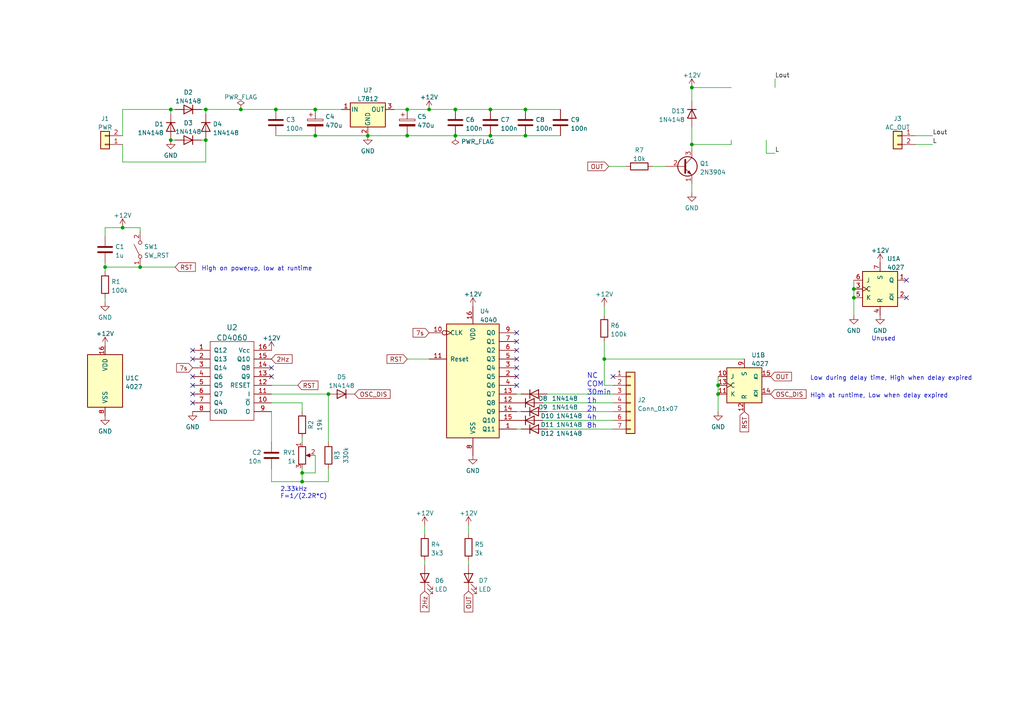
<source format=kicad_sch>
(kicad_sch (version 20211123) (generator eeschema)
  (paper "A4")
  (lib_symbols
    (symbol "+12V_1" (power) (pin_names (offset 0))
      (property "Value" "+12V_1" (at 0 3.556 0))
      (symbol "+12V_1_0_1"
        (polyline (pts (xy -0.762 1.27) (xy 0 2.54)))
        (polyline (pts (xy 0 0) (xy 0 2.54)))
        (polyline (pts (xy 0 2.54) (xy 0.762 1.27)))
      )
      (symbol "+12V_1_1_1"
        (pin power_in line (at 0 0 90) (length 0) hide (name "+12V") (number "1"))
      )
    )
    (symbol "+12V_2" (power) (pin_names (offset 0))
      (property "Value" "+12V_2" (at 0 3.556 0))
      (symbol "+12V_2_0_1"
        (polyline (pts (xy -0.762 1.27) (xy 0 2.54)))
        (polyline (pts (xy 0 0) (xy 0 2.54)))
        (polyline (pts (xy 0 2.54) (xy 0.762 1.27)))
      )
      (symbol "+12V_2_1_1"
        (pin power_in line (at 0 0 90) (length 0) hide (name "+12V") (number "1"))
      )
    )
    (symbol "+12V_3" (power) (pin_names (offset 0))
      (property "Value" "+12V_3" (at 0 3.556 0))
      (symbol "+12V_3_0_1"
        (polyline (pts (xy -0.762 1.27) (xy 0 2.54)))
        (polyline (pts (xy 0 0) (xy 0 2.54)))
        (polyline (pts (xy 0 2.54) (xy 0.762 1.27)))
      )
      (symbol "+12V_3_1_1"
        (pin power_in line (at 0 0 90) (length 0) hide (name "+12V") (number "1"))
      )
    )
    (symbol "+12V_4" (power) (pin_names (offset 0))
      (property "Value" "+12V_4" (at 0 3.556 0))
      (symbol "+12V_4_0_1"
        (polyline (pts (xy -0.762 1.27) (xy 0 2.54)))
        (polyline (pts (xy 0 0) (xy 0 2.54)))
        (polyline (pts (xy 0 2.54) (xy 0.762 1.27)))
      )
      (symbol "+12V_4_1_1"
        (pin power_in line (at 0 0 90) (length 0) hide (name "+12V") (number "1"))
      )
    )
    (symbol "+12V_5" (power) (pin_names (offset 0))
      (property "Value" "+12V_5" (at 0 3.556 0))
      (symbol "+12V_5_0_1"
        (polyline (pts (xy -0.762 1.27) (xy 0 2.54)))
        (polyline (pts (xy 0 0) (xy 0 2.54)))
        (polyline (pts (xy 0 2.54) (xy 0.762 1.27)))
      )
      (symbol "+12V_5_1_1"
        (pin power_in line (at 0 0 90) (length 0) hide (name "+12V") (number "1"))
      )
    )
    (symbol "+12V_6" (power) (pin_names (offset 0))
      (property "Value" "+12V_6" (at 0 3.556 0))
      (symbol "+12V_6_0_1"
        (polyline (pts (xy -0.762 1.27) (xy 0 2.54)))
        (polyline (pts (xy 0 0) (xy 0 2.54)))
        (polyline (pts (xy 0 2.54) (xy 0.762 1.27)))
      )
      (symbol "+12V_6_1_1"
        (pin power_in line (at 0 0 90) (length 0) hide (name "+12V") (number "1"))
      )
    )
    (symbol "+12V_7" (power) (pin_names (offset 0))
      (property "Value" "+12V_7" (at 0 3.556 0))
      (symbol "+12V_7_0_1"
        (polyline (pts (xy -0.762 1.27) (xy 0 2.54)))
        (polyline (pts (xy 0 0) (xy 0 2.54)))
        (polyline (pts (xy 0 2.54) (xy 0.762 1.27)))
      )
      (symbol "+12V_7_1_1"
        (pin power_in line (at 0 0 90) (length 0) hide (name "+12V") (number "1"))
      )
    )
    (symbol "+12V_8" (power) (pin_names (offset 0))
      (property "Value" "+12V_8" (at 0 3.556 0))
      (symbol "+12V_8_0_1"
        (polyline (pts (xy -0.762 1.27) (xy 0 2.54)))
        (polyline (pts (xy 0 0) (xy 0 2.54)))
        (polyline (pts (xy 0 2.54) (xy 0.762 1.27)))
      )
      (symbol "+12V_8_1_1"
        (pin power_in line (at 0 0 90) (length 0) hide (name "+12V") (number "1"))
      )
    )
    (symbol "+12V_9" (power) (pin_names (offset 0))
      (property "Value" "+12V_9" (at 0 3.556 0))
      (symbol "+12V_9_0_1"
        (polyline (pts (xy -0.762 1.27) (xy 0 2.54)))
        (polyline (pts (xy 0 0) (xy 0 2.54)))
        (polyline (pts (xy 0 2.54) (xy 0.762 1.27)))
      )
      (symbol "+12V_9_1_1"
        (pin power_in line (at 0 0 90) (length 0) hide (name "+12V") (number "1"))
      )
    )
    (symbol "4xxx:4027" (pin_names (offset 1.016))
      (property "Reference" "U" (at -7.62 8.89 0))
      (property "Value" "4027" (at -7.62 -8.89 0))
      (symbol "4027_1_1"
        (rectangle (start -5.08 5.08) (end 5.08 -5.08) (stroke (width 0.254)) (fill (type background)))
        (pin output line (at 7.62 2.54 180) (length 2.54) (name "Q") (number "1"))
        (pin output line (at 7.62 -2.54 180) (length 2.54) (name "~{Q}") (number "2"))
        (pin input clock (at -7.62 0 0) (length 2.54) (name "C") (number "3"))
        (pin input line (at 0 -7.62 90) (length 2.54) (name "R") (number "4"))
        (pin input line (at -7.62 -2.54 0) (length 2.54) (name "K") (number "5"))
        (pin input line (at -7.62 2.54 0) (length 2.54) (name "J") (number "6"))
        (pin input line (at 0 7.62 270) (length 2.54) (name "S") (number "7"))
      )
      (symbol "4027_2_1"
        (rectangle (start -5.08 5.08) (end 5.08 -5.08) (stroke (width 0.254)) (fill (type background)))
        (pin input line (at -7.62 2.54 0) (length 2.54) (name "J") (number "10"))
        (pin input line (at -7.62 -2.54 0) (length 2.54) (name "K") (number "11"))
        (pin input line (at 0 -7.62 90) (length 2.54) (name "R") (number "12"))
        (pin input clock (at -7.62 0 0) (length 2.54) (name "C") (number "13"))
        (pin output line (at 7.62 -2.54 180) (length 2.54) (name "~{Q}") (number "14"))
        (pin output line (at 7.62 2.54 180) (length 2.54) (name "Q") (number "15"))
        (pin input line (at 0 7.62 270) (length 2.54) (name "S") (number "9"))
      )
      (symbol "4027_3_0"
        (pin power_in line (at 0 10.16 270) (length 2.54) (name "VDD") (number "16"))
        (pin power_in line (at 0 -10.16 90) (length 2.54) (name "VSS") (number "8"))
      )
      (symbol "4027_3_1"
        (rectangle (start -5.08 7.62) (end 5.08 -7.62) (stroke (width 0.254)) (fill (type background)))
      )
    )
    (symbol "4xxx:4040" (pin_names (offset 1.016))
      (property "Reference" "U" (at -7.62 16.51 0))
      (property "Value" "4040" (at -7.62 -19.05 0))
      (symbol "4040_1_0"
        (pin output line (at 12.7 -15.24 180) (length 5.08) (name "Q11") (number "1"))
        (pin input inverted_clock (at -12.7 12.7 0) (length 5.08) (name "CLK") (number "10"))
        (pin input line (at -12.7 5.08 0) (length 5.08) (name "Reset") (number "11"))
        (pin output line (at 12.7 -7.62 180) (length 5.08) (name "Q8") (number "12"))
        (pin output line (at 12.7 -5.08 180) (length 5.08) (name "Q7") (number "13"))
        (pin output line (at 12.7 -10.16 180) (length 5.08) (name "Q9") (number "14"))
        (pin output line (at 12.7 -12.7 180) (length 5.08) (name "Q10") (number "15"))
        (pin power_in line (at 0 20.32 270) (length 5.08) (name "VDD") (number "16"))
        (pin output line (at 12.7 0 180) (length 5.08) (name "Q5") (number "2"))
        (pin output line (at 12.7 2.54 180) (length 5.08) (name "Q4") (number "3"))
        (pin output line (at 12.7 -2.54 180) (length 5.08) (name "Q6") (number "4"))
        (pin output line (at 12.7 5.08 180) (length 5.08) (name "Q3") (number "5"))
        (pin output line (at 12.7 7.62 180) (length 5.08) (name "Q2") (number "6"))
        (pin output line (at 12.7 10.16 180) (length 5.08) (name "Q1") (number "7"))
        (pin power_in line (at 0 -22.86 90) (length 5.08) (name "VSS") (number "8"))
        (pin output line (at 12.7 12.7 180) (length 5.08) (name "Q0") (number "9"))
      )
      (symbol "4040_1_1"
        (rectangle (start -7.62 15.24) (end 7.62 -17.78) (stroke (width 0.254)) (fill (type background)))
      )
    )
    (symbol "CD4060_1" (pin_names (offset 1.016))
      (property "Reference" "U" (at -5.08 -15.24 0))
      (property "Value" "CD4060_1" (at -2.54 10.16 0))
      (symbol "CD4060_1_0_1"
        (rectangle (start -6.35 8.89) (end 6.35 -13.97))
      )
      (symbol "CD4060_1_1_1"
        (pin output line (at -11.43 6.35 0) (length 5.08) (name "Q12") (number "1"))
        (pin output line (at 11.43 -8.89 180) (length 5.08) (name "~{O}") (number "10"))
        (pin input line (at 11.43 -6.35 180) (length 5.08) (name "I") (number "11"))
        (pin input line (at 11.43 -3.81 180) (length 5.08) (name "RESET") (number "12"))
        (pin output line (at 11.43 -1.27 180) (length 5.08) (name "Q9") (number "13"))
        (pin output line (at 11.43 1.27 180) (length 5.08) (name "Q8") (number "14"))
        (pin output line (at 11.43 3.81 180) (length 5.08) (name "Q10") (number "15"))
        (pin power_in line (at 11.43 6.35 180) (length 5.08) (name "Vcc") (number "16"))
        (pin output line (at -11.43 3.81 0) (length 5.08) (name "Q13") (number "2"))
        (pin output line (at -11.43 1.27 0) (length 5.08) (name "Q14") (number "3"))
        (pin output line (at -11.43 -1.27 0) (length 5.08) (name "Q6") (number "4"))
        (pin output line (at -11.43 -3.81 0) (length 5.08) (name "Q5") (number "5"))
        (pin output line (at -11.43 -6.35 0) (length 5.08) (name "Q7") (number "6"))
        (pin output line (at -11.43 -8.89 0) (length 5.08) (name "Q4") (number "7"))
        (pin power_in line (at -11.43 -11.43 0) (length 5.08) (name "GND") (number "8"))
        (pin output line (at 11.43 -11.43 180) (length 5.08) (name "O") (number "9"))
      )
    )
    (symbol "Connector_Generic:Conn_01x02" (pin_names (offset 1.016) hide)
      (property "Reference" "J" (at 0 2.54 0))
      (property "Value" "Conn_01x02" (at 0 -5.08 0))
      (symbol "Conn_01x02_1_1"
        (rectangle (start -1.27 -2.413) (end 0 -2.667) (stroke (width 0.1524)))
        (rectangle (start -1.27 0.127) (end 0 -0.127) (stroke (width 0.1524)))
        (rectangle (start -1.27 1.27) (end 1.27 -3.81) (stroke (width 0.254)) (fill (type background)))
        (pin passive line (at -5.08 0 0) (length 3.81) (name "Pin_1") (number "1"))
        (pin passive line (at -5.08 -2.54 0) (length 3.81) (name "Pin_2") (number "2"))
      )
    )
    (symbol "Connector_Generic:Conn_01x07" (pin_names (offset 1.016) hide)
      (property "Reference" "J" (at 0 10.16 0))
      (property "Value" "Conn_01x07" (at 0 -10.16 0))
      (symbol "Conn_01x07_1_1"
        (rectangle (start -1.27 -7.493) (end 0 -7.747) (stroke (width 0.1524)))
        (rectangle (start -1.27 -4.953) (end 0 -5.207) (stroke (width 0.1524)))
        (rectangle (start -1.27 -2.413) (end 0 -2.667) (stroke (width 0.1524)))
        (rectangle (start -1.27 0.127) (end 0 -0.127) (stroke (width 0.1524)))
        (rectangle (start -1.27 2.667) (end 0 2.413) (stroke (width 0.1524)))
        (rectangle (start -1.27 5.207) (end 0 4.953) (stroke (width 0.1524)))
        (rectangle (start -1.27 7.747) (end 0 7.493) (stroke (width 0.1524)))
        (rectangle (start -1.27 8.89) (end 1.27 -8.89) (stroke (width 0.254)) (fill (type background)))
        (pin passive line (at -5.08 7.62 0) (length 3.81) (name "Pin_1") (number "1"))
        (pin passive line (at -5.08 5.08 0) (length 3.81) (name "Pin_2") (number "2"))
        (pin passive line (at -5.08 2.54 0) (length 3.81) (name "Pin_3") (number "3"))
        (pin passive line (at -5.08 0 0) (length 3.81) (name "Pin_4") (number "4"))
        (pin passive line (at -5.08 -2.54 0) (length 3.81) (name "Pin_5") (number "5"))
        (pin passive line (at -5.08 -5.08 0) (length 3.81) (name "Pin_6") (number "6"))
        (pin passive line (at -5.08 -7.62 0) (length 3.81) (name "Pin_7") (number "7"))
      )
    )
    (symbol "Device:C" (pin_numbers hide) (pin_names (offset 0.254))
      (property "Reference" "C" (at 0.635 2.54 0))
      (property "Value" "C" (at 0.635 -2.54 0))
      (symbol "C_0_1"
        (polyline (pts (xy -2.032 -0.762) (xy 2.032 -0.762)) (stroke (width 0.508)))
        (polyline (pts (xy -2.032 0.762) (xy 2.032 0.762)) (stroke (width 0.508)))
      )
      (symbol "C_1_1"
        (pin passive line (at 0 3.81 270) (length 2.794) (name "~") (number "1"))
        (pin passive line (at 0 -3.81 90) (length 2.794) (name "~") (number "2"))
      )
    )
    (symbol "Device:C_Polarized" (pin_numbers hide) (pin_names (offset 0.254))
      (property "Reference" "C" (at 0.635 2.54 0))
      (property "Value" "C_Polarized" (at 0.635 -2.54 0))
      (symbol "C_Polarized_0_1"
        (rectangle (start -2.286 0.508) (end 2.286 1.016))
        (polyline (pts (xy -1.778 2.286) (xy -0.762 2.286)))
        (polyline (pts (xy -1.27 2.794) (xy -1.27 1.778)))
        (rectangle (start 2.286 -0.508) (end -2.286 -1.016) (fill (type outline)))
      )
      (symbol "C_Polarized_1_1"
        (pin passive line (at 0 3.81 270) (length 2.794) (name "~") (number "1"))
        (pin passive line (at 0 -3.81 90) (length 2.794) (name "~") (number "2"))
      )
    )
    (symbol "Device:LED" (pin_numbers hide) (pin_names (offset 1.016) hide)
      (property "Reference" "D" (at 0 2.54 0))
      (property "Value" "LED" (at 0 -2.54 0))
      (symbol "LED_0_1"
        (polyline (pts (xy -1.27 -1.27) (xy -1.27 1.27)) (stroke (width 0.254)))
        (polyline (pts (xy -1.27 0) (xy 1.27 0)))
        (polyline (pts (xy 1.27 -1.27) (xy 1.27 1.27) (xy -1.27 0) (xy 1.27 -1.27)) (stroke (width 0.254)))
        (polyline (pts (xy -3.048 -0.762) (xy -4.572 -2.286) (xy -3.81 -2.286) (xy -4.572 -2.286) (xy -4.572 -1.524)))
        (polyline (pts (xy -1.778 -0.762) (xy -3.302 -2.286) (xy -2.54 -2.286) (xy -3.302 -2.286) (xy -3.302 -1.524)))
      )
      (symbol "LED_1_1"
        (pin passive line (at -3.81 0 0) (length 2.54) (name "K") (number "1"))
        (pin passive line (at 3.81 0 180) (length 2.54) (name "A") (number "2"))
      )
    )
    (symbol "Device:R" (pin_numbers hide) (pin_names (offset 0))
      (property "Reference" "R" (at 2.032 0 90))
      (property "Value" "R" (at 0 0 90))
      (symbol "R_0_1"
        (rectangle (start -1.016 -2.54) (end 1.016 2.54) (stroke (width 0.254)))
      )
      (symbol "R_1_1"
        (pin passive line (at 0 3.81 270) (length 1.27) (name "~") (number "1"))
        (pin passive line (at 0 -3.81 90) (length 1.27) (name "~") (number "2"))
      )
    )
    (symbol "Device:R_Potentiometer" (pin_names (offset 1.016) hide)
      (property "Reference" "RV" (at -4.445 0 90))
      (property "Value" "R_Potentiometer" (at -2.54 0 90))
      (symbol "R_Potentiometer_0_1"
        (polyline (pts (xy 2.54 0) (xy 1.524 0)))
        (polyline (pts (xy 1.143 0) (xy 2.286 0.508) (xy 2.286 -0.508) (xy 1.143 0)) (fill (type outline)))
        (rectangle (start 1.016 2.54) (end -1.016 -2.54) (stroke (width 0.254)))
      )
      (symbol "R_Potentiometer_1_1"
        (pin passive line (at 0 3.81 270) (length 1.27) (name "1") (number "1"))
        (pin passive line (at 3.81 0 180) (length 1.27) (name "2") (number "2"))
        (pin passive line (at 0 -3.81 90) (length 1.27) (name "3") (number "3"))
      )
    )
    (symbol "Diode:1N4148" (pin_numbers hide) (pin_names hide)
      (property "Reference" "D" (at 0 2.54 0))
      (property "Value" "1N4148" (at 0 -2.54 0))
      (symbol "1N4148_0_1"
        (polyline (pts (xy -1.27 1.27) (xy -1.27 -1.27)) (stroke (width 0.254)))
        (polyline (pts (xy 1.27 0) (xy -1.27 0)))
        (polyline (pts (xy 1.27 1.27) (xy 1.27 -1.27) (xy -1.27 0) (xy 1.27 1.27)) (stroke (width 0.254)))
      )
      (symbol "1N4148_1_1"
        (pin passive line (at -3.81 0 0) (length 2.54) (name "K") (number "1"))
        (pin passive line (at 3.81 0 180) (length 2.54) (name "A") (number "2"))
      )
    )
    (symbol "Regulator_Linear:L7812" (pin_names (offset 0.254))
      (property "Reference" "U" (at -3.81 3.175 0))
      (property "Value" "L7812" (at 0 3.175 0))
      (symbol "L7812_0_1"
        (rectangle (start -5.08 1.905) (end 5.08 -5.08) (stroke (width 0.254)) (fill (type background)))
      )
      (symbol "L7812_1_1"
        (pin power_in line (at -7.62 0 0) (length 2.54) (name "IN") (number "1"))
        (pin power_in line (at 0 -7.62 90) (length 2.54) (name "GND") (number "2"))
        (pin power_out line (at 7.62 0 180) (length 2.54) (name "OUT") (number "3"))
      )
    )
    (symbol "Switch:SW_SPST" (pin_names (offset 0) hide)
      (property "Reference" "SW" (at 0 3.175 0))
      (property "Value" "SW_SPST" (at 0 -2.54 0))
      (symbol "SW_SPST_0_0"
        (circle (center -2.032 0) (radius 0.508))
        (polyline (pts (xy -1.524 0.254) (xy 1.524 1.778)))
        (circle (center 2.032 0) (radius 0.508))
      )
      (symbol "SW_SPST_1_1"
        (pin passive line (at -5.08 0 0) (length 2.54) (name "A") (number "1"))
        (pin passive line (at 5.08 0 180) (length 2.54) (name "B") (number "2"))
      )
    )
    (symbol "Transistor_BJT:2N3904" (pin_names (offset 0) hide)
      (property "Reference" "Q" (at 5.08 1.905 0))
      (property "Value" "2N3904" (at 5.08 0 0))
      (symbol "2N3904_0_1"
        (polyline (pts (xy 0.635 0.635) (xy 2.54 2.54)))
        (polyline (pts (xy 0.635 -0.635) (xy 2.54 -2.54) (xy 2.54 -2.54)))
        (polyline (pts (xy 0.635 1.905) (xy 0.635 -1.905) (xy 0.635 -1.905)) (stroke (width 0.508)))
        (polyline (pts (xy 1.27 -1.778) (xy 1.778 -1.27) (xy 2.286 -2.286) (xy 1.27 -1.778) (xy 1.27 -1.778)) (fill (type outline)))
        (circle (center 1.27 0) (radius 2.8194) (stroke (width 0.254)))
      )
      (symbol "2N3904_1_1"
        (pin passive line (at 2.54 -5.08 90) (length 2.54) (name "E") (number "1"))
        (pin passive line (at -5.08 0 0) (length 5.715) (name "B") (number "2"))
        (pin passive line (at 2.54 5.08 270) (length 2.54) (name "C") (number "3"))
      )
    )
    (symbol "power:+12V" (power) (pin_names (offset 0))
      (property "Value" "+12V" (at 0 3.556 0))
      (symbol "+12V_0_1"
        (polyline (pts (xy -0.762 1.27) (xy 0 2.54)))
        (polyline (pts (xy 0 0) (xy 0 2.54)))
        (polyline (pts (xy 0 2.54) (xy 0.762 1.27)))
      )
      (symbol "+12V_1_1"
        (pin power_in line (at 0 0 90) (length 0) hide (name "+12V") (number "1"))
      )
    )
    (symbol "power:GND" (power) (pin_names (offset 0))
      (property "Value" "GND" (at 0 -3.81 0))
      (symbol "GND_0_1"
        (polyline (pts (xy 0 0) (xy 0 -1.27) (xy 1.27 -1.27) (xy 0 -2.54) (xy -1.27 -1.27) (xy 0 -1.27)))
      )
      (symbol "GND_1_1"
        (pin power_in line (at 0 0 270) (length 0) hide (name "GND") (number "1"))
      )
    )
    (symbol "power:PWR_FLAG" (power) (pin_numbers hide) (pin_names (offset 0) hide)
      (property "Value" "PWR_FLAG" (at 0 3.81 0))
      (symbol "PWR_FLAG_0_0"
        (pin power_out line (at 0 0 90) (length 0) (name "pwr") (number "1"))
      )
      (symbol "PWR_FLAG_0_1"
        (polyline (pts (xy 0 0) (xy 0 1.27) (xy -1.016 1.905) (xy 0 2.54) (xy 1.016 1.905) (xy 0 1.27)))
      )
    )
  )
  (junction (at 95.25 114.3))
  (junction (at 106.68 39.37))
  (junction (at 132.08 31.75))
  (junction (at 30.48 77.47))
  (junction (at 118.11 31.75))
  (junction (at 124.46 31.75))
  (junction (at 40.64 77.47))
  (junction (at 59.69 40.64))
  (junction (at 142.24 39.37))
  (junction (at 132.08 39.37))
  (junction (at 87.63 139.7))
  (junction (at 175.26 104.14))
  (junction (at 91.44 31.75))
  (junction (at 200.66 41.91))
  (junction (at 49.53 31.75))
  (junction (at 152.4 31.75))
  (junction (at 49.53 40.64))
  (junction (at 208.28 111.76))
  (junction (at 59.69 31.75))
  (junction (at 118.11 39.37))
  (junction (at 152.4 39.37))
  (junction (at 91.44 39.37))
  (junction (at 200.66 25.4))
  (junction (at 247.65 83.82))
  (junction (at 35.56 66.04))
  (junction (at 80.01 31.75))
  (junction (at 142.24 31.75))
  (junction (at 247.65 86.36))
  (junction (at 69.85 31.75))
  (junction (at 208.28 114.3))
  (junction (at 87.63 137.16))
  (no_connect (at 149.86 104.14))
  (no_connect (at 78.74 106.68))
  (no_connect (at 149.86 99.06))
  (no_connect (at 55.88 114.3))
  (no_connect (at 262.89 81.28))
  (no_connect (at 149.86 101.6))
  (no_connect (at 149.86 96.52))
  (no_connect (at 149.86 106.68))
  (no_connect (at 55.88 101.6))
  (no_connect (at 149.86 111.76))
  (no_connect (at 177.8 109.22))
  (no_connect (at 78.74 109.22))
  (no_connect (at 55.88 104.14))
  (no_connect (at 55.88 116.84))
  (no_connect (at 262.89 86.36))
  (no_connect (at 149.86 109.22))
  (no_connect (at 55.88 111.76))
  (no_connect (at 55.88 109.22))
  (wire (pts (xy 118.11 104.14) (xy 124.46 104.14)))
  (wire (pts (xy 132.08 39.37) (xy 142.24 39.37)))
  (wire (pts (xy 30.48 66.04) (xy 35.56 66.04)))
  (wire (pts (xy 177.8 114.3) (xy 158.75 114.3)))
  (wire (pts (xy 59.69 31.75) (xy 59.69 33.02)))
  (wire (pts (xy 87.63 127) (xy 87.63 128.27)))
  (wire (pts (xy 175.26 111.76) (xy 175.26 104.14)))
  (wire (pts (xy 87.63 137.16) (xy 87.63 139.7)))
  (wire (pts (xy 35.56 39.37) (xy 35.56 31.75)))
  (wire (pts (xy 224.79 22.86) (xy 224.79 25.4)))
  (wire (pts (xy 78.74 114.3) (xy 95.25 114.3)))
  (wire (pts (xy 132.08 31.75) (xy 142.24 31.75)))
  (wire (pts (xy 91.44 132.08) (xy 91.44 137.16)))
  (wire (pts (xy 177.8 121.92) (xy 157.48 121.92)))
  (wire (pts (xy 40.64 66.04) (xy 40.64 67.31)))
  (wire (pts (xy 151.13 114.3) (xy 149.86 114.3)))
  (wire (pts (xy 30.48 76.2) (xy 30.48 77.47)))
  (wire (pts (xy 177.8 111.76) (xy 175.26 111.76)))
  (wire (pts (xy 175.26 104.14) (xy 175.26 99.06)))
  (wire (pts (xy 208.28 111.76) (xy 208.28 114.3)))
  (wire (pts (xy 91.44 137.16) (xy 87.63 137.16)))
  (wire (pts (xy 200.66 36.83) (xy 200.66 41.91)))
  (wire (pts (xy 78.74 111.76) (xy 86.36 111.76)))
  (wire (pts (xy 114.3 31.75) (xy 118.11 31.75)))
  (wire (pts (xy 35.56 31.75) (xy 49.53 31.75)))
  (wire (pts (xy 91.44 31.75) (xy 99.06 31.75)))
  (wire (pts (xy 118.11 39.37) (xy 132.08 39.37)))
  (wire (pts (xy 247.65 86.36) (xy 247.65 91.44)))
  (wire (pts (xy 30.48 86.36) (xy 30.48 87.63)))
  (wire (pts (xy 58.42 40.64) (xy 59.69 40.64)))
  (wire (pts (xy 208.28 109.22) (xy 208.28 111.76)))
  (wire (pts (xy 123.19 162.56) (xy 123.19 163.83)))
  (wire (pts (xy 118.11 31.75) (xy 124.46 31.75)))
  (wire (pts (xy 95.25 135.89) (xy 95.25 139.7)))
  (wire (pts (xy 265.43 41.91) (xy 270.51 41.91)))
  (wire (pts (xy 151.13 124.46) (xy 149.86 124.46)))
  (wire (pts (xy 151.13 119.38) (xy 149.86 119.38)))
  (wire (pts (xy 124.46 31.75) (xy 132.08 31.75)))
  (wire (pts (xy 78.74 139.7) (xy 78.74 135.89)))
  (wire (pts (xy 80.01 39.37) (xy 91.44 39.37)))
  (wire (pts (xy 177.8 119.38) (xy 158.75 119.38)))
  (wire (pts (xy 78.74 116.84) (xy 87.63 116.84)))
  (wire (pts (xy 224.79 44.45) (xy 222.25 44.45)))
  (wire (pts (xy 200.66 53.34) (xy 200.66 55.88)))
  (wire (pts (xy 123.19 152.4) (xy 123.19 154.94)))
  (wire (pts (xy 200.66 41.91) (xy 212.09 41.91)))
  (wire (pts (xy 40.64 77.47) (xy 50.8 77.47)))
  (wire (pts (xy 135.89 162.56) (xy 135.89 163.83)))
  (wire (pts (xy 59.69 31.75) (xy 69.85 31.75)))
  (wire (pts (xy 95.25 139.7) (xy 87.63 139.7)))
  (wire (pts (xy 78.74 119.38) (xy 78.74 128.27)))
  (wire (pts (xy 87.63 116.84) (xy 87.63 119.38)))
  (wire (pts (xy 222.25 44.45) (xy 222.25 40.64)))
  (wire (pts (xy 212.09 41.91) (xy 212.09 40.64)))
  (wire (pts (xy 49.53 40.64) (xy 50.8 40.64)))
  (wire (pts (xy 58.42 31.75) (xy 59.69 31.75)))
  (wire (pts (xy 142.24 39.37) (xy 152.4 39.37)))
  (wire (pts (xy 175.26 88.9) (xy 175.26 91.44)))
  (wire (pts (xy 80.01 31.75) (xy 91.44 31.75)))
  (wire (pts (xy 91.44 39.37) (xy 106.68 39.37)))
  (wire (pts (xy 106.68 39.37) (xy 118.11 39.37)))
  (wire (pts (xy 35.56 66.04) (xy 40.64 66.04)))
  (wire (pts (xy 59.69 46.99) (xy 59.69 40.64)))
  (wire (pts (xy 30.48 68.58) (xy 30.48 66.04)))
  (wire (pts (xy 177.8 116.84) (xy 157.48 116.84)))
  (wire (pts (xy 247.65 81.28) (xy 247.65 83.82)))
  (wire (pts (xy 175.26 104.14) (xy 215.9 104.14)))
  (wire (pts (xy 35.56 46.99) (xy 59.69 46.99)))
  (wire (pts (xy 247.65 83.82) (xy 247.65 86.36)))
  (wire (pts (xy 87.63 135.89) (xy 87.63 137.16)))
  (wire (pts (xy 189.23 48.26) (xy 193.04 48.26)))
  (wire (pts (xy 69.85 31.75) (xy 80.01 31.75)))
  (wire (pts (xy 177.8 124.46) (xy 158.75 124.46)))
  (wire (pts (xy 30.48 77.47) (xy 30.48 78.74)))
  (wire (pts (xy 49.53 33.02) (xy 49.53 31.75)))
  (wire (pts (xy 200.66 41.91) (xy 200.66 43.18)))
  (wire (pts (xy 49.53 31.75) (xy 50.8 31.75)))
  (wire (pts (xy 152.4 39.37) (xy 162.56 39.37)))
  (wire (pts (xy 135.89 152.4) (xy 135.89 154.94)))
  (wire (pts (xy 212.09 25.4) (xy 200.66 25.4)))
  (wire (pts (xy 30.48 77.47) (xy 40.64 77.47)))
  (wire (pts (xy 176.53 48.26) (xy 181.61 48.26)))
  (wire (pts (xy 35.56 41.91) (xy 35.56 46.99)))
  (wire (pts (xy 200.66 25.4) (xy 200.66 29.21)))
  (wire (pts (xy 95.25 114.3) (xy 95.25 128.27)))
  (wire (pts (xy 265.43 39.37) (xy 270.51 39.37)))
  (wire (pts (xy 208.28 114.3) (xy 208.28 119.38)))
  (wire (pts (xy 152.4 31.75) (xy 162.56 31.75)))
  (wire (pts (xy 87.63 139.7) (xy 78.74 139.7)))
  (wire (pts (xy 142.24 31.75) (xy 152.4 31.75)))
  (text "High at runtime, Low when delay expired" (at 234.95 115.57 0) (effects (font (size 1.27 1.27)) (justify left bottom)))
  (text "Unused" (at 252.73 99.06 0) (effects (font (size 1.27 1.27)) (justify left bottom)))
  (text "Low during delay time, High when delay expired" (at 234.95 110.49 0) (effects (font (size 1.27 1.27)) (justify left bottom)))
  (text "High on powerup, low at runtime" (at 58.42 78.74 0) (effects (font (size 1.27 1.27)) (justify left bottom)))
  (text "NC\nCOM\n30min\n1h\n2h\n4h\n8h" (at 170.18 124.46 0) (effects (font (size 1.5 1.5)) (justify left bottom)))
  (text "2.33kHz\nF=1/(2.2R*C)" (at 81.28 144.78 0) (effects (font (size 1.27 1.27)) (justify left bottom)))
  (label "L" (at 224.79 44.45 0))
  (label "Lout" (at 224.79 22.86 0))
  (label "L" (at 270.51 41.91 0))
  (label "Lout" (at 270.51 39.37 0))
  (global_label "7s" (shape input) (at 55.88 106.68 180) (property "Intersheet References" "${INTERSHEET_REFS}" (effects hide)))
  (global_label "RST" (shape input) (at 50.8 77.47 0) (property "Intersheet References" "${INTERSHEET_REFS}" (effects hide)))
  (global_label "RST" (shape input) (at 86.36 111.76 0) (property "Intersheet References" "${INTERSHEET_REFS}" (effects hide)))
  (global_label "RST" (shape input) (at 118.11 104.14 180) (property "Intersheet References" "${INTERSHEET_REFS}" (effects hide)))
  (global_label "OUT" (shape input) (at 135.89 171.45 270) (property "Intersheet References" "${INTERSHEET_REFS}" (effects hide)))
  (global_label "OUT" (shape input) (at 223.52 109.22 0) (property "Intersheet References" "${INTERSHEET_REFS}" (effects hide)))
  (global_label "7s" (shape input) (at 124.46 96.52 180) (property "Intersheet References" "${INTERSHEET_REFS}" (effects hide)))
  (global_label "2Hz" (shape input) (at 123.19 171.45 270) (property "Intersheet References" "${INTERSHEET_REFS}" (effects hide)))
  (global_label "OUT" (shape input) (at 176.53 48.26 180) (property "Intersheet References" "${INTERSHEET_REFS}" (effects hide)))
  (global_label "OSC_DIS" (shape input) (at 223.52 114.3 0) (property "Intersheet References" "${INTERSHEET_REFS}" (effects hide)))
  (global_label "OSC_DIS" (shape input) (at 102.87 114.3 0) (property "Intersheet References" "${INTERSHEET_REFS}" (effects hide)))
  (global_label "2Hz" (shape input) (at 78.74 104.14 0) (property "Intersheet References" "${INTERSHEET_REFS}" (effects hide)))
  (global_label "RST" (shape input) (at 215.9 119.38 270) (property "Intersheet References" "${INTERSHEET_REFS}" (effects hide)))
  (symbol (lib_id "Device:R") (at 95.25 132.08 180) (unit 1)
    (property "Reference" "R3" (at 97.79 132.08 90))
    (property "Value" "330k" (at 100.3269 132.08 90))
    (property "Footprint" "Resistor_SMD:R_0805_2012Metric_Pad1.20x1.40mm_HandSolder" (effects hide))
  )
  (symbol (lib_name "+12V_3") (lib_id "power:+12V") (at 175.26 88.9 0) (unit 1)
    (property "Reference" "#PWR?" (effects hide))
    (property "Value" "+12V" (at 175.26 85.344 0))
  )
  (symbol (lib_id "Device:C") (at 162.56 35.56 0) (unit 1)
    (property "Reference" "C9" (at 165.481 34.7253 0) (effects (justify left)))
    (property "Value" "100n" (at 165.481 37.2622 0) (effects (justify left)))
    (property "Footprint" "Capacitor_SMD:C_0805_2012Metric_Pad1.18x1.45mm_HandSolder" (effects hide))
  )
  (symbol (lib_name "+12V_8") (lib_id "power:+12V") (at 123.19 152.4 0) (unit 1)
    (property "Reference" "#PWR?" (effects hide))
    (property "Value" "+12V" (at 123.19 148.844 0))
  )
  (symbol (lib_id "power:GND") (at 30.48 120.65 0) (unit 1)
    (property "Reference" "#PWR03" (effects hide))
    (property "Value" "GND" (at 30.48 125.0934 0))
  )
  (symbol (lib_id "Diode:1N4148") (at 200.66 33.02 270) (unit 1)
    (property "Reference" "D13" (at 198.6281 32.1853 90) (effects (justify right)))
    (property "Value" "1N4148" (at 198.6281 34.7222 90) (effects (justify right)))
    (property "Footprint" "Diode_SMD:D_MiniMELF" (effects hide))
    (property "Datasheet" "https://assets.nexperia.com/documents/data-sheet/1N4148_1N4448.pdf" (effects hide))
  )
  (symbol (lib_name "+12V_5") (lib_id "power:+12V") (at 255.27 76.2 0) (unit 1)
    (property "Reference" "#PWR?" (effects hide))
    (property "Value" "+12V" (at 255.27 72.644 0))
  )
  (symbol (lib_id "Regulator_Linear:L7812") (at 106.68 31.75 0) (unit 1)
    (property "Reference" "U?" (at 106.68 26.1452 0))
    (property "Value" "L7812" (at 106.68 28.6821 0))
    (property "Datasheet" "http://www.st.com/content/ccc/resource/technical/document/datasheet/41/4f/b3/b0/12/d4/47/88/CD00000444.pdf/files/CD00000444.pdf/jcr:content/translations/en.CD00000444.pdf" (effects hide))
  )
  (symbol (lib_id "Device:C") (at 132.08 35.56 0) (unit 1)
    (property "Reference" "C6" (at 135.001 34.7253 0) (effects (justify left)))
    (property "Value" "100n" (at 135.001 37.2622 0) (effects (justify left)))
    (property "Footprint" "Capacitor_SMD:C_0805_2012Metric_Pad1.18x1.45mm_HandSolder" (effects hide))
  )
  (symbol (lib_name "+12V_4") (lib_id "power:+12V") (at 35.56 66.04 0) (unit 1)
    (property "Reference" "#PWR?" (effects hide))
    (property "Value" "+12V" (at 35.56 62.484 0))
  )
  (symbol (lib_name "+12V_1") (lib_id "power:+12V") (at 78.74 101.6 0) (unit 1)
    (property "Reference" "#PWR?" (effects hide))
    (property "Value" "+12V" (at 78.74 98.044 0))
  )
  (symbol (lib_id "Diode:1N4148") (at 99.06 114.3 180) (unit 1)
    (property "Reference" "D5" (at 99.06 109.3302 0))
    (property "Value" "1N4148" (at 99.06 111.8671 0))
    (property "Footprint" "Diode_SMD:D_MiniMELF" (effects hide))
    (property "Datasheet" "https://assets.nexperia.com/documents/data-sheet/1N4148_1N4448.pdf" (effects hide))
  )
  (symbol (lib_id "Device:C_Polarized") (at 118.11 35.56 0) (unit 1)
    (property "Reference" "C5" (at 121.031 33.8363 0) (effects (justify left)))
    (property "Value" "470u" (at 121.031 36.3732 0) (effects (justify left)))
    (property "Footprint" "Capacitor_THT:CP_Radial_D8.0mm_P2.50mm" (effects hide))
  )
  (symbol (lib_id "power:GND") (at 208.28 119.38 0) (unit 1)
    (property "Reference" "#PWR018" (effects hide))
    (property "Value" "GND" (at 208.28 123.8234 0))
  )
  (symbol (lib_id "Device:LED") (at 123.19 167.64 90) (unit 1)
    (property "Reference" "D6" (at 126.111 168.3928 90) (effects (justify right)))
    (property "Value" "LED" (at 126.111 170.9297 90) (effects (justify right)))
    (property "Footprint" "LED_THT:LED_D5.0mm" (effects hide))
  )
  (symbol (lib_id "power:GND") (at 137.16 132.08 0) (unit 1)
    (property "Reference" "#PWR014" (effects hide))
    (property "Value" "GND" (at 137.16 136.5234 0))
  )
  (symbol (lib_id "Device:R") (at 175.26 95.25 0) (unit 1)
    (property "Reference" "R6" (at 177.038 94.4153 0) (effects (justify left)))
    (property "Value" "100k" (at 177.038 96.9522 0) (effects (justify left)))
    (property "Footprint" "Resistor_SMD:R_0805_2012Metric_Pad1.20x1.40mm_HandSolder" (effects hide))
  )
  (symbol (lib_id "Connector_Generic:Conn_01x02") (at 260.35 39.37 0) (mirror y) (unit 1)
    (property "Reference" "J3" (at 260.35 34.4002 0))
    (property "Value" "AC_OUT" (at 260.35 36.9371 0))
    (property "Footprint" "TerminalBlock:TerminalBlock_bornier-2_P5.08mm" (effects hide))
  )
  (symbol (lib_id "Device:C") (at 30.48 72.39 0) (unit 1)
    (property "Reference" "C1" (at 33.401 71.5553 0) (effects (justify left)))
    (property "Value" "1u" (at 33.401 74.0922 0) (effects (justify left)))
    (property "Footprint" "Capacitor_SMD:C_0805_2012Metric_Pad1.18x1.45mm_HandSolder" (effects hide))
  )
  (symbol (lib_id "Diode:1N4148") (at 154.94 124.46 0) (unit 1)
    (property "Reference" "D12" (at 158.75 125.73 0))
    (property "Value" "1N4148" (at 165.1 125.73 0))
    (property "Footprint" "Diode_SMD:D_MiniMELF" (effects hide))
    (property "Datasheet" "https://assets.nexperia.com/documents/data-sheet/1N4148_1N4448.pdf" (effects hide))
  )
  (symbol (lib_id "4xxx:4027") (at 255.27 83.82 0) (unit 1)
    (property "Reference" "U1" (at 257.2894 75.0402 0) (effects (justify left)))
    (property "Value" "4027" (at 257.2894 77.5771 0) (effects (justify left)))
    (property "Footprint" "Package_DIP:DIP-16_W7.62mm_Socket_LongPads" (effects hide))
    (property "Datasheet" "http://www.intersil.com/content/dam/Intersil/documents/cd40/cd4027bms.pdf" (effects hide))
  )
  (symbol (lib_id "power:PWR_FLAG") (at 69.85 31.75 0) (unit 1)
    (property "Reference" "#FLG01" (effects hide))
    (property "Value" "PWR_FLAG" (at 69.85 28.1742 0))
  )
  (symbol (lib_name "+12V_7") (lib_id "power:+12V") (at 135.89 152.4 0) (unit 1)
    (property "Reference" "#PWR?" (effects hide))
    (property "Value" "+12V" (at 135.89 148.844 0))
  )
  (symbol (lib_id "Diode:1N4148") (at 153.67 121.92 0) (unit 1)
    (property "Reference" "D11" (at 158.75 123.19 0))
    (property "Value" "1N4148" (at 165.1 123.19 0))
    (property "Footprint" "Diode_SMD:D_MiniMELF" (effects hide))
    (property "Datasheet" "https://assets.nexperia.com/documents/data-sheet/1N4148_1N4448.pdf" (effects hide))
  )
  (symbol (lib_id "power:GND") (at 247.65 91.44 0) (unit 1)
    (property "Reference" "#PWR019" (effects hide))
    (property "Value" "GND" (at 247.65 95.8834 0))
  )
  (symbol (lib_id "4xxx:4027") (at 215.9 111.76 0) (unit 2)
    (property "Reference" "U1" (at 217.9194 102.9802 0) (effects (justify left)))
    (property "Value" "4027" (at 217.9194 105.5171 0) (effects (justify left)))
    (property "Footprint" "Package_DIP:DIP-16_W7.62mm_Socket_LongPads" (effects hide))
    (property "Datasheet" "http://www.intersil.com/content/dam/Intersil/documents/cd40/cd4027bms.pdf" (effects hide))
  )
  (symbol (lib_id "Diode:1N4148") (at 54.61 31.75 180) (unit 1)
    (property "Reference" "D2" (at 54.61 26.7802 0))
    (property "Value" "1N4148" (at 54.61 29.3171 0))
    (property "Footprint" "Diode_SMD:D_MiniMELF" (effects hide))
    (property "Datasheet" "https://assets.nexperia.com/documents/data-sheet/1N4148_1N4448.pdf" (effects hide))
  )
  (symbol (lib_id "power:GND") (at 255.27 91.44 0) (unit 1)
    (property "Reference" "#PWR021" (effects hide))
    (property "Value" "GND" (at 255.27 95.8834 0))
  )
  (symbol (lib_id "Diode:1N4148") (at 154.94 114.3 0) (unit 1)
    (property "Reference" "D8" (at 157.48 115.57 0))
    (property "Value" "1N4148" (at 163.83 115.57 0))
    (property "Footprint" "Diode_SMD:D_MiniMELF" (effects hide))
    (property "Datasheet" "https://assets.nexperia.com/documents/data-sheet/1N4148_1N4448.pdf" (effects hide))
  )
  (symbol (lib_name "CD4060_1") (lib_id "cd4060:CD4060") (at 67.31 107.95 0) (unit 1)
    (property "Reference" "U2" (at 67.31 94.9759 0) (effects (font (size 1.524 1.524))))
    (property "Value" "CD4060" (at 67.31 97.9693 0) (effects (font (size 1.524 1.524))))
    (property "Footprint" "Package_DIP:DIP-16_W7.62mm_Socket_LongPads" (effects hide))
  )
  (symbol (lib_id "Diode:1N4148") (at 154.94 119.38 0) (unit 1)
    (property "Reference" "D10" (at 158.75 120.65 0))
    (property "Value" "1N4148" (at 165.1 120.65 0))
    (property "Footprint" "Diode_SMD:D_MiniMELF" (effects hide))
    (property "Datasheet" "https://assets.nexperia.com/documents/data-sheet/1N4148_1N4448.pdf" (effects hide))
  )
  (symbol (lib_id "Diode:1N4148") (at 59.69 36.83 270) (unit 1)
    (property "Reference" "D4" (at 61.722 35.9953 90) (effects (justify left)))
    (property "Value" "1N4148" (at 61.722 38.5322 90) (effects (justify left)))
    (property "Footprint" "Diode_SMD:D_MiniMELF" (effects hide))
    (property "Datasheet" "https://assets.nexperia.com/documents/data-sheet/1N4148_1N4448.pdf" (effects hide))
  )
  (symbol (lib_id "power:+12V") (at 200.66 25.4 0) (unit 1)
    (property "Reference" "#PWR016" (effects hide))
    (property "Value" "+12V" (at 200.66 21.8242 0))
  )
  (symbol (lib_id "power:PWR_FLAG") (at 132.08 39.37 180) (unit 1)
    (property "Reference" "#FLG02" (effects hide))
    (property "Value" "PWR_FLAG" (at 133.731 41.0738 0) (effects (justify right)))
  )
  (symbol (lib_id "power:GND") (at 55.88 119.38 0) (unit 1)
    (property "Reference" "#PWR06" (effects hide))
    (property "Value" "GND" (at 55.88 123.8234 0))
  )
  (symbol (lib_name "+12V_9") (lib_id "power:+12V") (at 124.46 31.75 0) (unit 1)
    (property "Reference" "#PWR?" (effects hide))
    (property "Value" "+12V" (at 124.46 28.194 0))
  )
  (symbol (lib_id "Device:C") (at 80.01 35.56 0) (unit 1)
    (property "Reference" "C3" (at 82.931 34.7253 0) (effects (justify left)))
    (property "Value" "100n" (at 82.931 37.2622 0) (effects (justify left)))
    (property "Footprint" "Capacitor_SMD:C_0805_2012Metric_Pad1.18x1.45mm_HandSolder" (effects hide))
  )
  (symbol (lib_id "Diode:1N4148") (at 153.67 116.84 0) (unit 1)
    (property "Reference" "D9" (at 157.48 118.11 0))
    (property "Value" "1N4148" (at 163.83 118.11 0))
    (property "Footprint" "Diode_SMD:D_MiniMELF" (effects hide))
    (property "Datasheet" "https://assets.nexperia.com/documents/data-sheet/1N4148_1N4448.pdf" (effects hide))
  )
  (symbol (lib_id "Device:LED") (at 135.89 167.64 90) (unit 1)
    (property "Reference" "D7" (at 138.811 168.3928 90) (effects (justify right)))
    (property "Value" "LED" (at 138.811 170.9297 90) (effects (justify right)))
    (property "Footprint" "LED_THT:LED_D5.0mm" (effects hide))
  )
  (symbol (lib_id "Device:C") (at 152.4 35.56 0) (unit 1)
    (property "Reference" "C8" (at 155.321 34.7253 0) (effects (justify left)))
    (property "Value" "100n" (at 155.321 37.2622 0) (effects (justify left)))
    (property "Footprint" "Capacitor_SMD:C_0805_2012Metric_Pad1.18x1.45mm_HandSolder" (effects hide))
  )
  (symbol (lib_id "Transistor_BJT:2N3904") (at 198.12 48.26 0) (unit 1)
    (property "Reference" "Q1" (at 202.9714 47.4253 0) (effects (justify left)))
    (property "Value" "2N3904" (at 202.9714 49.9622 0) (effects (justify left)))
    (property "Footprint" "Package_TO_SOT_THT:TO-92_Inline" (effects hide))
    (property "Datasheet" "https://www.onsemi.com/pub/Collateral/2N3903-D.PDF" (effects hide))
  )
  (symbol (lib_id "Device:C") (at 78.74 132.08 0) (unit 1)
    (property "Reference" "C2" (at 75.8191 131.2453 0) (effects (justify right)))
    (property "Value" "10n" (at 75.8191 133.7822 0) (effects (justify right)))
    (property "Footprint" "Capacitor_SMD:C_0805_2012Metric_Pad1.18x1.45mm_HandSolder" (effects hide))
  )
  (symbol (lib_id "power:GND") (at 106.68 39.37 0) (unit 1)
    (property "Reference" "#PWR09" (effects hide))
    (property "Value" "GND" (at 106.68 43.8134 0))
  )
  (symbol (lib_id "power:GND") (at 30.48 87.63 0) (unit 1)
    (property "Reference" "#PWR01" (effects hide))
    (property "Value" "GND" (at 30.48 92.0734 0))
  )
  (symbol (lib_id "Device:R") (at 87.63 123.19 180) (unit 1)
    (property "Reference" "R2" (at 90.17 123.19 90))
    (property "Value" "19k" (at 92.7069 123.19 90))
    (property "Footprint" "Resistor_SMD:R_0805_2012Metric_Pad1.20x1.40mm_HandSolder" (effects hide))
  )
  (symbol (lib_id "Device:C") (at 142.24 35.56 0) (unit 1)
    (property "Reference" "C7" (at 145.161 34.7253 0) (effects (justify left)))
    (property "Value" "100n" (at 145.161 37.2622 0) (effects (justify left)))
    (property "Footprint" "Capacitor_SMD:C_0805_2012Metric_Pad1.18x1.45mm_HandSolder" (effects hide))
  )
  (symbol (lib_id "Device:R") (at 30.48 82.55 0) (unit 1)
    (property "Reference" "R1" (at 32.258 81.7153 0) (effects (justify left)))
    (property "Value" "100k" (at 32.258 84.2522 0) (effects (justify left)))
    (property "Footprint" "Resistor_SMD:R_0805_2012Metric_Pad1.20x1.40mm_HandSolder" (effects hide))
  )
  (symbol (lib_id "Switch:SW_SPST") (at 40.64 72.39 90) (unit 1)
    (property "Reference" "SW1" (at 41.783 71.5553 90) (effects (justify right)))
    (property "Value" "SW_RST" (at 41.783 74.0922 90) (effects (justify right)))
    (property "Footprint" "Connector_PinHeader_2.54mm:PinHeader_1x02_P2.54mm_Vertical" (effects hide))
  )
  (symbol (lib_id "power:GND") (at 200.66 55.88 0) (unit 1)
    (property "Reference" "#PWR017" (effects hide))
    (property "Value" "GND" (at 200.66 60.3234 0))
  )
  (symbol (lib_id "Connector_Generic:Conn_01x02") (at 30.48 41.91 180) (unit 1)
    (property "Reference" "J1" (at 30.48 34.4002 0))
    (property "Value" "PWR" (at 30.48 36.9371 0))
    (property "Footprint" "TerminalBlock:TerminalBlock_bornier-2_P5.08mm" (effects hide))
  )
  (symbol (lib_id "Device:C_Polarized") (at 91.44 35.56 0) (unit 1)
    (property "Reference" "C4" (at 94.361 33.8363 0) (effects (justify left)))
    (property "Value" "470u" (at 94.361 36.3732 0) (effects (justify left)))
    (property "Footprint" "Capacitor_THT:CP_Radial_D8.0mm_P2.50mm" (effects hide))
  )
  (symbol (lib_id "4xxx:4027") (at 30.48 110.49 0) (unit 3)
    (property "Reference" "U1" (at 36.322 109.6553 0) (effects (justify left)))
    (property "Value" "4027" (at 36.322 112.1922 0) (effects (justify left)))
    (property "Footprint" "Package_DIP:DIP-16_W7.62mm_Socket_LongPads" (effects hide))
    (property "Datasheet" "http://www.intersil.com/content/dam/Intersil/documents/cd40/cd4027bms.pdf" (effects hide))
  )
  (symbol (lib_id "Connector_Generic:Conn_01x07") (at 182.88 116.84 0) (unit 1)
    (property "Reference" "J2" (at 184.912 116.0053 0) (effects (justify left)))
    (property "Value" "Conn_01x07" (at 184.912 118.5422 0) (effects (justify left)))
    (property "Footprint" "Connector_PinSocket_2.54mm:PinSocket_1x07_P2.54mm_Vertical" (effects hide))
  )
  (symbol (lib_id "Device:R") (at 185.42 48.26 270) (unit 1)
    (property "Reference" "R7" (at 185.42 43.5442 90))
    (property "Value" "10k" (at 185.42 46.0811 90))
    (property "Footprint" "Resistor_SMD:R_0805_2012Metric_Pad1.20x1.40mm_HandSolder" (effects hide))
  )
  (symbol (lib_name "+12V_2") (lib_id "power:+12V") (at 30.48 100.33 0) (unit 1)
    (property "Reference" "#PWR?" (effects hide))
    (property "Value" "+12V" (at 30.48 96.774 0))
  )
  (symbol (lib_id "Diode:1N4148") (at 54.61 40.64 180) (unit 1)
    (property "Reference" "D3" (at 54.61 35.6702 0))
    (property "Value" "1N4148" (at 54.61 38.2071 0))
    (property "Footprint" "Diode_SMD:D_MiniMELF" (effects hide))
    (property "Datasheet" "https://assets.nexperia.com/documents/data-sheet/1N4148_1N4448.pdf" (effects hide))
  )
  (symbol (lib_id "Diode:1N4148") (at 49.53 36.83 270) (unit 1)
    (property "Reference" "D1" (at 47.4981 35.9953 90) (effects (justify right)))
    (property "Value" "1N4148" (at 47.4981 38.5322 90) (effects (justify right)))
    (property "Footprint" "Diode_SMD:D_MiniMELF" (effects hide))
    (property "Datasheet" "https://assets.nexperia.com/documents/data-sheet/1N4148_1N4448.pdf" (effects hide))
  )
  (symbol (lib_id "Device:R") (at 135.89 158.75 0) (unit 1)
    (property "Reference" "R5" (at 137.668 157.9153 0) (effects (justify left)))
    (property "Value" "3k" (at 137.668 160.4522 0) (effects (justify left)))
    (property "Footprint" "Resistor_SMD:R_0805_2012Metric_Pad1.20x1.40mm_HandSolder" (effects hide))
  )
  (symbol (lib_id "power:GND") (at 49.53 40.64 0) (unit 1)
    (property "Reference" "#PWR05" (effects hide))
    (property "Value" "GND" (at 49.53 45.0834 0))
  )
  (symbol (lib_name "+12V_6") (lib_id "power:+12V") (at 137.16 88.9 0) (unit 1)
    (property "Reference" "#PWR?" (effects hide))
    (property "Value" "+12V" (at 137.16 85.344 0))
  )
  (symbol (lib_id "4xxx:4040") (at 137.16 109.22 0) (unit 1)
    (property "Reference" "U4" (at 139.1794 90.2802 0) (effects (justify left)))
    (property "Value" "4040" (at 139.1794 92.8171 0) (effects (justify left)))
    (property "Footprint" "Package_DIP:DIP-16_W7.62mm_Socket_LongPads" (effects hide))
    (property "Datasheet" "http://www.intersil.com/content/dam/Intersil/documents/cd40/cd4020bms-24bms-40bms.pdf" (effects hide))
  )
  (symbol (lib_id "Device:R") (at 123.19 158.75 0) (unit 1)
    (property "Reference" "R4" (at 124.968 157.9153 0) (effects (justify left)))
    (property "Value" "3k3" (at 124.968 160.4522 0) (effects (justify left)))
    (property "Footprint" "Resistor_SMD:R_0805_2012Metric_Pad1.20x1.40mm_HandSolder" (effects hide))
  )
  (symbol (lib_id "Device:R_Potentiometer") (at 87.63 132.08 0) (unit 1)
    (property "Reference" "RV1" (at 85.8521 131.2453 0) (effects (justify right)))
    (property "Value" "1k" (at 85.8521 133.7822 0) (effects (justify right)))
    (property "Footprint" "Potentiometer_THT:Potentiometer_Bourns_3386X_Horizontal" (effects hide))
  )
)
</source>
